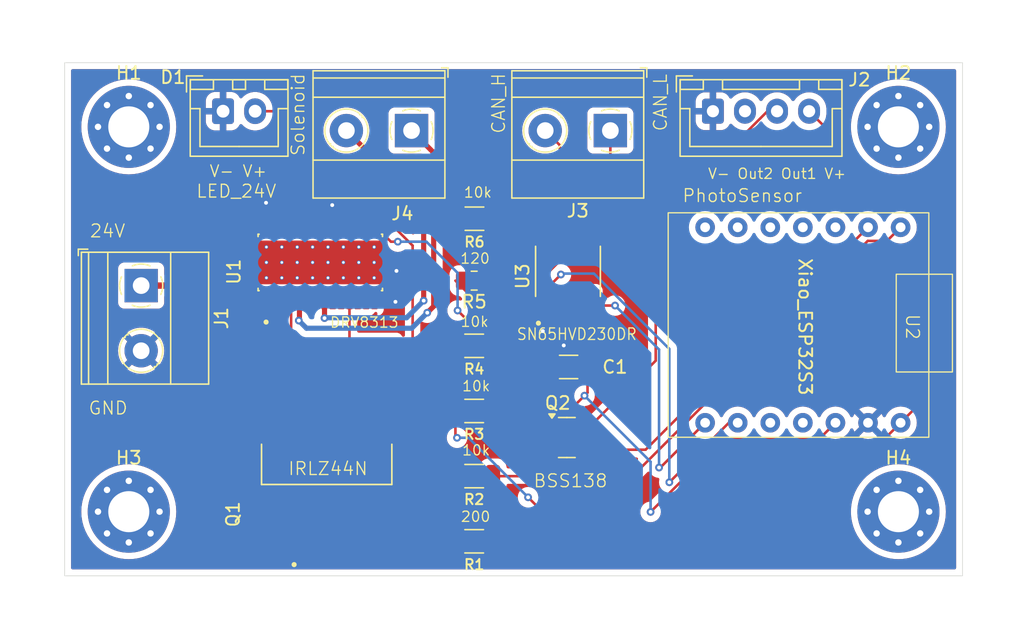
<source format=kicad_pcb>
(kicad_pcb (version 20240108) (generator "pcbnew") (generator_version "8.0")
  (layers (0 "F.Cu" signal) (31 "B.Cu" signal) (34 "B.Paste" user) (35 "F.Paste" user) (36 "B.SilkS" user "B.Silkscreen") (37 "F.SilkS" user "F.Silkscreen") (38 "B.Mask" user) (39 "F.Mask" user) (44 "Edge.Cuts" user))
  (net 0 "")
  (net 7 "GND")
  (net 14 "+3V3")
  (net 25 "Net-(J2-Pin_3)")
  (net 26 "+5V")
  (net 31 "Net-(J3-Pin_1)")
  (net 32 "Net-(Q1-G)")
  (net 36 "Net-(U2-D0)")
  (net 37 "Net-(D1-A)")
  (net 38 "+24V")
  (net 39 "Net-(J3-Pin_2)")
  (net 40 "Net-(Q2-S)")
  (net 41 "Net-(U3-RS)")
  (net 42 "Net-(U2-D7)")
  (net 43 "Net-(U2-D8)")
  (net 45 "Net-(J4-Pin_1)")
  (net 46 "Net-(J4-Pin_2)")
  (footprint "Resistor_SMD:R_0805_2012Metric" (layer "F.Cu") (at 151.3075 88.11 180)
    (property "Reference" "R5" (at 0 -1.65 180) (layer "F.SilkS"))
    (property "Value" "120Ω")
    (fp_line (start -0.227064 0.735) (end 0.227064 0.735) (stroke (width 0.12)) (layer "F.SilkS"))
    (fp_line (start -0.227064 -0.735) (end 0.227064 -0.735) (stroke (width 0.12)) (layer "F.SilkS"))
    (pad "1" smd roundrect (at -0.9125 0 180) (size 1.025 1.4) (layers "F.Cu" "F.Paste" "F.Mask") (roundrect_rratio 0.243902) (net 39 "Net-(J3-Pin_2)"))
    (pad "2" smd roundrect (at 0.9125 0 180) (size 1.025 1.4) (layers "F.Cu" "F.Paste" "F.Mask") (roundrect_rratio 0.243902) (net 31 "Net-(J3-Pin_1)"))
  )
  (footprint "Resistor_SMD:R_1206_3216Metric" (layer "F.Cu") (at 151.3075 93.19 180)
    (property "Reference" "R4" (at 0 -1.82 180) (layer "F.SilkS") (effects (font (size 0.8 0.8))))
    (property "Value" "10kΩ")
    (fp_line (start -0.727064 0.91) (end 0.727064 0.91) (stroke (width 0.12)) (layer "F.SilkS"))
    (fp_line (start -0.727064 -0.91) (end 0.727064 -0.91) (stroke (width 0.12)) (layer "F.SilkS"))
    (pad "1" smd roundrect (at -1.4625 0 180) (size 1.125 1.75) (layers "F.Cu" "F.Paste" "F.Mask") (roundrect_rratio 0.222222) (net 14 "+3V3"))
    (pad "2" smd roundrect (at 1.4625 0 180) (size 1.125 1.75) (layers "F.Cu" "F.Paste" "F.Mask") (roundrect_rratio 0.222222) (net 40 "Net-(Q2-S)"))
  )
  (footprint "Connector_JST:JST_XH_B2B-XH-A_1x02_P2.50mm_Vertical" (layer "F.Cu") (at 131.73 74.9)
    (property "Reference" "D1" (at -3.91 -2.65 0) (layer "F.SilkS"))
    (property "Value" "LED_XH2.50")
    (fp_line (start -2.85 -2.75) (end -2.85 -1.5) (stroke (width 0.12)) (layer "F.SilkS"))
    (fp_line (start -2.56 -2.46) (end -2.56 3.51) (stroke (width 0.12)) (layer "F.SilkS"))
    (fp_line (start -2.56 3.51) (end 5.06 3.51) (stroke (width 0.12)) (layer "F.SilkS"))
    (fp_line (start -2.55 -2.45) (end -2.55 -1.7) (stroke (width 0.12)) (layer "F.SilkS"))
    (fp_line (start -2.55 -1.7) (end -0.75 -1.7) (stroke (width 0.12)) (layer "F.SilkS"))
    (fp_line (start -2.55 -0.2) (end -1.8 -0.2) (stroke (width 0.12)) (layer "F.SilkS"))
    (fp_line (start -1.8 -0.2) (end -1.8 2.75) (stroke (width 0.12)) (layer "F.SilkS"))
    (fp_line (start -1.8 2.75) (end 1.25 2.75) (stroke (width 0.12)) (layer "F.SilkS"))
    (fp_line (start -1.6 -2.75) (end -2.85 -2.75) (stroke (width 0.12)) (layer "F.SilkS"))
    (fp_line (start -0.75 -2.45) (end -2.55 -2.45) (stroke (width 0.12)) (layer "F.SilkS"))
    (fp_line (start -0.75 -1.7) (end -0.75 -2.45) (stroke (width 0.12)) (layer "F.SilkS"))
    (fp_line (start 0.75 -2.45) (end 0.75 -1.7) (stroke (width 0.12)) (layer "F.SilkS"))
    (fp_line (start 0.75 -1.7) (end 1.75 -1.7) (stroke (width 0.12)) (layer "F.SilkS"))
    (fp_line (start 1.75 -2.45) (end 0.75 -2.45) (stroke (width 0.12)) (layer "F.SilkS"))
    (fp_line (start 1.75 -1.7) (end 1.75 -2.45) (stroke (width 0.12)) (layer "F.SilkS"))
    (fp_line (start 3.25 -2.45) (end 3.25 -1.7) (stroke (width 0.12)) (layer "F.SilkS"))
    (fp_line (start 3.25 -1.7) (end 5.05 -1.7) (stroke (width 0.12)) (layer "F.SilkS"))
    (fp_line (start 4.3 -0.2) (end 4.3 2.75) (stroke (width 0.12)) (layer "F.SilkS"))
    (fp_line (start 4.3 2.75) (end 1.25 2.75) (stroke (width 0.12)) (layer "F.SilkS"))
    (fp_line (start 5.05 -2.45) (end 3.25 -2.45) (stroke (width 0.12)) (layer "F.SilkS"))
    (fp_line (start 5.05 -1.7) (end 5.05 -2.45) (stroke (width 0.12)) (layer "F.SilkS"))
    (fp_line (start 5.05 -0.2) (end 4.3 -0.2) (stroke (width 0.12)) (layer "F.SilkS"))
    (fp_line (start 5.06 -2.46) (end -2.56 -2.46) (stroke (width 0.12)) (layer "F.SilkS"))
    (fp_line (start 5.06 3.51) (end 5.06 -2.46) (stroke (width 0.12)) (layer "F.SilkS"))
    (pad "1" thru_hole roundrect (at 0 0) (size 1.7 2) (drill 1) (layers "*.Cu" "*.Mask") (roundrect_rratio 0.147059) (net 7 "GND"))
    (pad "2" thru_hole oval (at 2.5 0) (size 1.7 2) (drill 1) (layers "*.Cu" "*.Mask") (net 37 "Net-(D1-A)"))
  )
  (footprint "Connector_JST:JST_XH_B4B-XH-A_1x04_P2.50mm_Vertical" (layer "F.Cu") (at 169.92 74.9)
    (property "Reference" "J2" (at 11.42 -2.45 0) (layer "F.SilkS"))
    (property "Value" "PhotoMicroSensor")
    (fp_line (start -2.85 -2.75) (end -2.85 -1.5) (stroke (width 0.12)) (layer "F.SilkS"))
    (fp_line (start -2.56 -2.46) (end -2.56 3.51) (stroke (width 0.12)) (layer "F.SilkS"))
    (fp_line (start -2.56 3.51) (end 10.06 3.51) (stroke (width 0.12)) (layer "F.SilkS"))
    (fp_line (start -2.55 -2.45) (end -2.55 -1.7) (stroke (width 0.12)) (layer "F.SilkS"))
    (fp_line (start -2.55 -1.7) (end -0.75 -1.7) (stroke (width 0.12)) (layer "F.SilkS"))
    (fp_line (start -2.55 -0.2) (end -1.8 -0.2) (stroke (width 0.12)) (layer "F.SilkS"))
    (fp_line (start -1.8 -0.2) (end -1.8 2.75) (stroke (width 0.12)) (layer "F.SilkS"))
    (fp_line (start -1.8 2.75) (end 3.75 2.75) (stroke (width 0.12)) (layer "F.SilkS"))
    (fp_line (start -1.6 -2.75) (end -2.85 -2.75) (stroke (width 0.12)) (layer "F.SilkS"))
    (fp_line (start -0.75 -2.45) (end -2.55 -2.45) (stroke (width 0.12)) (layer "F.SilkS"))
    (fp_line (start -0.75 -1.7) (end -0.75 -2.45) (stroke (width 0.12)) (layer "F.SilkS"))
    (fp_line (start 0.75 -2.45) (end 0.75 -1.7) (stroke (width 0.12)) (layer "F.SilkS"))
    (fp_line (start 0.75 -1.7) (end 6.75 -1.7) (stroke (width 0.12)) (layer "F.SilkS"))
    (fp_line (start 6.75 -2.45) (end 0.75 -2.45) (stroke (width 0.12)) (layer "F.SilkS"))
    (fp_line (start 6.75 -1.7) (end 6.75 -2.45) (stroke (width 0.12)) (layer "F.SilkS"))
    (fp_line (start 8.25 -2.45) (end 8.25 -1.7) (stroke (width 0.12)) (layer "F.SilkS"))
    (fp_line (start 8.25 -1.7) (end 10.05 -1.7) (stroke (width 0.12)) (layer "F.SilkS"))
    (fp_line (start 9.3 -0.2) (end 9.3 2.75) (stroke (width 0.12)) (layer "F.SilkS"))
    (fp_line (start 9.3 2.75) (end 3.75 2.75) (stroke (width 0.12)) (layer "F.SilkS"))
    (fp_line (start 10.05 -2.45) (end 8.25 -2.45) (stroke (width 0.12)) (layer "F.SilkS"))
    (fp_line (start 10.05 -1.7) (end 10.05 -2.45) (stroke (width 0.12)) (layer "F.SilkS"))
    (fp_line (start 10.05 -0.2) (end 9.3 -0.2) (stroke (width 0.12)) (layer "F.SilkS"))
    (fp_line (start 10.06 -2.46) (end -2.56 -2.46) (stroke (width 0.12)) (layer "F.SilkS"))
    (fp_line (start 10.06 3.51) (end 10.06 -2.46) (stroke (width 0.12)) (layer "F.SilkS"))
    (pad "1" thru_hole roundrect (at 0 0) (size 1.7 1.95) (drill 0.95) (layers "*.Cu" "*.Mask") (roundrect_rratio 0.147059) (net 7 "GND"))
    (pad "2" thru_hole oval (at 2.5 0) (size 1.7 1.95) (drill 0.95) (layers "*.Cu" "*.Mask"))
    (pad "3" thru_hole oval (at 5 0) (size 1.7 1.95) (drill 0.95) (layers "*.Cu" "*.Mask") (net 25 "Net-(J2-Pin_3)"))
    (pad "4" thru_hole oval (at 7.5 0) (size 1.7 1.95) (drill 0.95) (layers "*.Cu" "*.Mask") (net 26 "+5V"))
  )
  (footprint "Package_TO_SOT_SMD:SOT-23" (layer "F.Cu") (at 158.5325 100.34)
    (property "Reference" "Q2" (at -0.7125 -2.69 360) (layer "F.SilkS"))
    (property "Value" "BSS138")
    (fp_line (start 0 -1.56) (end -0.65 -1.56) (stroke (width 0.12)) (layer "F.SilkS"))
    (fp_line (start 0 -1.56) (end 0.65 -1.56) (stroke (width 0.12)) (layer "F.SilkS"))
    (fp_line (start 0 1.56) (end -0.65 1.56) (stroke (width 0.12)) (layer "F.SilkS"))
    (fp_line (start 0 1.56) (end 0.65 1.56) (stroke (width 0.12)) (layer "F.SilkS"))
    (fp_poly (pts (xy -1.1625 -1.51) (xy -1.4025 -1.84) (xy -0.9225 -1.84) (xy -1.1625 -1.51)) (stroke (width 0.12)) (fill solid) (layer "F.SilkS"))
    (pad "1" smd roundrect (at -0.9375 -0.95) (size 1.475 0.6) (layers "F.Cu" "F.Paste" "F.Mask") (net 14 "+3V3"))
    (pad "2" smd roundrect (at -0.9375 0.95) (size 1.475 0.6) (layers "F.Cu" "F.Paste" "F.Mask") (net 40 "Net-(Q2-S)"))
    (pad "3" smd roundrect (at 0.9375 0) (size 1.475 0.6) (layers "F.Cu" "F.Paste" "F.Mask") (net 25 "Net-(J2-Pin_3)"))
  )
  (footprint "Capacitor_SMD:C_1206_3216Metric" (layer "F.Cu") (at 158.67 94.84)
    (property "Reference" "C1" (at 3.61 0 0) (layer "F.SilkS"))
    (property "Value" "0.1uF")
    (fp_line (start -0.711252 -0.91) (end 0.711252 -0.91) (stroke (width 0.12)) (layer "F.SilkS"))
    (fp_line (start -0.711252 0.91) (end 0.711252 0.91) (stroke (width 0.12)) (layer "F.SilkS"))
    (pad "1" smd roundrect (at -1.475 0) (size 1.15 1.8) (layers "F.Cu" "F.Paste" "F.Mask") (roundrect_rratio 0.217391) (net 7 "GND"))
    (pad "2" smd roundrect (at 1.475 0) (size 1.15 1.8) (layers "F.Cu" "F.Paste" "F.Mask") (roundrect_rratio 0.217391) (net 14 "+3V3"))
  )
  (footprint "MountingHole:MountingHole_3.2mm_M3_Pad_Via" (layer "F.Cu") (at 124.38 76.12)
    (property "Reference" "H1" (at 0 -4.2 0) (layer "F.SilkS"))
    (property "Value" "MountingHole")
    (pad "1" thru_hole circle (at -2.4 0) (size 0.8 0.8) (drill 0.5) (layers "*.Cu" "*.Mask"))
    (pad "1" thru_hole circle (at -1.697056 -1.697056) (size 0.8 0.8) (drill 0.5) (layers "*.Cu" "*.Mask"))
    (pad "1" thru_hole circle (at -1.697056 1.697056) (size 0.8 0.8) (drill 0.5) (layers "*.Cu" "*.Mask"))
    (pad "1" thru_hole circle (at 0 -2.4) (size 0.8 0.8) (drill 0.5) (layers "*.Cu" "*.Mask"))
    (pad "1" thru_hole circle (at 0 0) (size 6.4 6.4) (drill 3.2) (layers "*.Cu" "*.Mask"))
    (pad "1" thru_hole circle (at 0 2.4) (size 0.8 0.8) (drill 0.5) (layers "*.Cu" "*.Mask"))
    (pad "1" thru_hole circle (at 1.697056 -1.697056) (size 0.8 0.8) (drill 0.5) (layers "*.Cu" "*.Mask"))
    (pad "1" thru_hole circle (at 1.697056 1.697056) (size 0.8 0.8) (drill 0.5) (layers "*.Cu" "*.Mask"))
    (pad "1" thru_hole circle (at 2.4 0) (size 0.8 0.8) (drill 0.5) (layers "*.Cu" "*.Mask"))
  )
  (footprint "Custom:IRLZ44NSTRLPBF" (layer "F.Cu") (at 139.81 100.9575 90)
    (property "Reference" "Q1" (at -5.365 -7.305 270) (layer "F.SilkS"))
    (property "Value" "IRLZ44N")
    (fp_line (start 0.09 -5.08) (end -3.0425 -5.08) (stroke (width 0.127)) (layer "F.SilkS"))
    (fp_line (start -3.0425 -5.08) (end -3.0425 5.08) (stroke (width 0.127)) (layer "F.SilkS"))
    (fp_line (start -3.0425 5.08) (end 0.09 5.08) (stroke (width 0.127)) (layer "F.SilkS"))
    (fp_circle (center -9.29 -2.54) (end -9.19 -2.54) (stroke (width 0.2)) (fill none) (layer "F.SilkS"))
    (pad "1" smd roundrect (at -6.4 -2.54 90) (size 3.78 1.06) (layers "F.Cu" "F.Paste" "F.Mask") (roundrect_rratio 0.13) (net 32 "Net-(Q1-G)"))
    (pad "2" smd rect (at 4.35 0 90) (size 7.88 10.84) (layers "F.Cu" "F.Mask") (net 38 "+24V"))
    (pad "3" smd roundrect (at -6.4 2.54 90) (size 3.78 1.06) (layers "F.Cu" "F.Paste" "F.Mask") (roundrect_rratio 0.13) (net 37 "Net-(D1-A)"))
  )
  (footprint "Resistor_SMD:R_1206_3216Metric" (layer "F.Cu") (at 151.33 83.28 180)
    (property "Reference" "R6" (at 0 -1.82 180) (layer "F.SilkS") (effects (font (size 0.8 0.8))))
    (property "Value" "10kΩ")
    (fp_line (start -0.727064 0.91) (end 0.727064 0.91) (stroke (width 0.12)) (layer "F.SilkS"))
    (fp_line (start -0.727064 -0.91) (end 0.727064 -0.91) (stroke (width 0.12)) (layer "F.SilkS"))
    (pad "1" smd roundrect (at -1.4625 0 180) (size 1.125 1.75) (layers "F.Cu" "F.Paste" "F.Mask") (roundrect_rratio 0.222222) (net 41 "Net-(U3-RS)"))
    (pad "2" smd roundrect (at 1.4625 0 180) (size 1.125 1.75) (layers "F.Cu" "F.Paste" "F.Mask") (roundrect_rratio 0.222222) (net 7 "GND"))
  )
  (footprint "TerminalBlock_Phoenix:TerminalBlock_Phoenix_MKDS-1,5-2-5.08_1x02_P5.08mm_Horizontal" (layer "F.Cu") (at 125.345 88.495 -90)
    (property "Reference" "J1" (at 2.54 -6.26 90) (layer "F.SilkS"))
    (property "Value" "PowerInput")
    (fp_line (start -2.84 4.9) (end -2.34 4.9) (stroke (width 0.12)) (layer "F.SilkS"))
    (fp_line (start -2.6 4.66) (end 7.68 4.66) (stroke (width 0.12)) (layer "F.SilkS"))
    (fp_line (start -2.84 4.16) (end -2.84 4.9) (stroke (width 0.12)) (layer "F.SilkS"))
    (fp_line (start -2.6 4.1) (end 7.68 4.1) (stroke (width 0.12)) (layer "F.SilkS"))
    (fp_line (start -2.6 2.6) (end 7.68 2.6) (stroke (width 0.12)) (layer "F.SilkS"))
    (fp_line (start 4.046 1.239) (end 4.011 1.274) (stroke (width 0.12)) (layer "F.SilkS"))
    (fp_line (start 3.853 1.023) (end 3.806 1.069) (stroke (width 0.12)) (layer "F.SilkS"))
    (fp_line (start 6.355 -1.069) (end 6.308 -1.023) (stroke (width 0.12)) (layer "F.SilkS"))
    (fp_line (start 6.15 -1.275) (end 6.115 -1.239) (stroke (width 0.12)) (layer "F.SilkS"))
    (fp_line (start -2.6 -2.301) (end 7.68 -2.301) (stroke (width 0.12)) (layer "F.SilkS"))
    (fp_line (start -2.6 -5.261) (end -2.6 4.66) (stroke (width 0.12)) (layer "F.SilkS"))
    (fp_line (start -2.6 -5.261) (end 7.68 -5.261) (stroke (width 0.12)) (layer "F.SilkS"))
    (fp_line (start 7.68 -5.261) (end 7.68 4.66) (stroke (width 0.12)) (layer "F.SilkS"))
    (fp_arc (start 0.028805 1.680253) (mid -0.335551 1.646659) (end -0.684 1.535) (stroke (width 0.12)) (layer "F.SilkS"))
    (fp_arc (start 0.683318 1.534756) (mid 0.349292 1.643288) (end 0 1.68) (stroke (width 0.12)) (layer "F.SilkS"))
    (fp_arc (start -1.535427 0.683042) (mid -1.680501 -0.000524) (end -1.535 -0.684) (stroke (width 0.12)) (layer "F.SilkS"))
    (fp_arc (start 1.535427 -0.683042) (mid 1.680501 0.000524) (end 1.535 0.684) (stroke (width 0.12)) (layer "F.SilkS"))
    (fp_arc (start -0.683042 -1.535427) (mid 0.000524 -1.680501) (end 0.684 -1.535) (stroke (width 0.12)) (layer "F.SilkS"))
    (fp_circle (center 5.08 0) (end 6.76 0) (stroke (width 0.12)) (fill none) (layer "F.SilkS"))
    (pad "1" thru_hole rect (at 0 0 270) (size 2.6 2.6) (drill 1.3) (layers "*.Cu" "*.Mask") (net 38 "+24V"))
    (pad "2" thru_hole circle (at 5.08 0 270) (size 2.6 2.6) (drill 1.3) (layers "*.Cu" "*.Mask") (net 7 "GND"))
  )
  (footprint "Custom:Xiao_ESP32S3_THT" (layer "F.Cu") (at 166.4325 82.82 -90)
    (property "Reference" "U2" (at 8.89 -19.05 -90) (layer "F.SilkS") (effects (font (thickness 0.1))))
    (property "Value" "Xiao_ESP32S3" (at 8.89 -10.675 -90) (layer "F.SilkS"))
    (fp_rect (start 0 -20.32) (end 17.5 0) (stroke (width 0.1)) (fill none) (layer "F.SilkS"))
    (fp_rect (start 4.79 -22.16) (end 12.41 -17.78) (stroke (width 0.1)) (fill none) (layer "F.SilkS"))
    (pad "1" thru_hole circle (at 1.13 -18.12 270) (size 1.524 1.524) (drill 0.762) (layers "*.Cu" "*.Mask") (net 36 "Net-(U2-D0)"))
    (pad "2" thru_hole circle (at 1.13 -15.58 270) (size 1.524 1.524) (drill 0.762) (layers "*.Cu" "*.Mask") (net 40 "Net-(Q2-S)"))
    (pad "3" thru_hole circle (at 1.13 -13.04 270) (size 1.524 1.524) (drill 0.762) (layers "*.Cu" "*.Mask"))
    (pad "4" thru_hole circle (at 1.13 -10.5 270) (size 1.524 1.524) (drill 0.762) (layers "*.Cu" "*.Mask"))
    (pad "5" thru_hole circle (at 1.13 -7.96 270) (size 1.524 1.524) (drill 0.762) (layers "*.Cu" "*.Mask"))
    (pad "6" thru_hole circle (at 1.13 -5.42 270) (size 1.524 1.524) (drill 0.762) (layers "*.Cu" "*.Mask"))
    (pad "7" thru_hole circle (at 1.13 -2.88 270) (size 1.524 1.524) (drill 0.762) (layers "*.Cu" "*.Mask"))
    (pad "8" thru_hole circle (at 16.37 -2.88 270) (size 1.524 1.524) (drill 0.762) (layers "*.Cu" "*.Mask") (net 42 "Net-(U2-D7)"))
    (pad "9" thru_hole circle (at 16.37 -5.42 270) (size 1.524 1.524) (drill 0.762) (layers "*.Cu" "*.Mask") (net 43 "Net-(U2-D8)"))
    (pad "10" thru_hole circle (at 16.37 -7.96 270) (size 1.524 1.524) (drill 0.762) (layers "*.Cu" "*.Mask"))
    (pad "11" thru_hole circle (at 16.37 -10.5 270) (size 1.524 1.524) (drill 0.762) (layers "*.Cu" "*.Mask"))
    (pad "12" thru_hole circle (at 16.37 -13.04 270) (size 1.524 1.524) (drill 0.762) (layers "*.Cu" "*.Mask") (net 14 "+3V3"))
    (pad "13" thru_hole circle (at 16.37 -15.58 270) (size 1.524 1.524) (drill 0.762) (layers "*.Cu" "*.Mask") (net 7 "GND"))
    (pad "14" thru_hole circle (at 16.37 -18.12 270) (size 1.524 1.524) (drill 0.762) (layers "*.Cu" "*.Mask") (net 26 "+5V"))
  )
  (footprint "MountingHole:MountingHole_3.2mm_M3_Pad_Via" (layer "F.Cu") (at 184.38 106.12)
    (property "Reference" "H4" (at 0 -4.2 0) (layer "F.SilkS"))
    (property "Value" "MountingHole")
    (pad "1" thru_hole circle (at -2.4 0) (size 0.8 0.8) (drill 0.5) (layers "*.Cu" "*.Mask"))
    (pad "1" thru_hole circle (at -1.697056 -1.697056) (size 0.8 0.8) (drill 0.5) (layers "*.Cu" "*.Mask"))
    (pad "1" thru_hole circle (at -1.697056 1.697056) (size 0.8 0.8) (drill 0.5) (layers "*.Cu" "*.Mask"))
    (pad "1" thru_hole circle (at 0 -2.4) (size 0.8 0.8) (drill 0.5) (layers "*.Cu" "*.Mask"))
    (pad "1" thru_hole circle (at 0 0) (size 6.4 6.4) (drill 3.2) (layers "*.Cu" "*.Mask"))
    (pad "1" thru_hole circle (at 0 2.4) (size 0.8 0.8) (drill 0.5) (layers "*.Cu" "*.Mask"))
    (pad "1" thru_hole circle (at 1.697056 -1.697056) (size 0.8 0.8) (drill 0.5) (layers "*.Cu" "*.Mask"))
    (pad "1" thru_hole circle (at 1.697056 1.697056) (size 0.8 0.8) (drill 0.5) (layers "*.Cu" "*.Mask"))
    (pad "1" thru_hole circle (at 2.4 0) (size 0.8 0.8) (drill 0.5) (layers "*.Cu" "*.Mask"))
  )
  (footprint "Resistor_SMD:R_1206_3216Metric" (layer "F.Cu") (at 151.3075 103.35 180)
    (property "Reference" "R2" (at 0 -1.82 180) (layer "F.SilkS") (effects (font (size 0.8 0.8))))
    (property "Value" "10kΩ")
    (fp_line (start -0.727064 0.91) (end 0.727064 0.91) (stroke (width 0.12)) (layer "F.SilkS"))
    (fp_line (start -0.727064 -0.91) (end 0.727064 -0.91) (stroke (width 0.12)) (layer "F.SilkS"))
    (pad "1" smd roundrect (at -1.4625 0 180) (size 1.125 1.75) (layers "F.Cu" "F.Paste" "F.Mask") (roundrect_rratio 0.222222) (net 36 "Net-(U2-D0)"))
    (pad "2" smd roundrect (at 1.4625 0 180) (size 1.125 1.75) (layers "F.Cu" "F.Paste" "F.Mask") (roundrect_rratio 0.222222) (net 7 "GND"))
  )
  (footprint "Resistor_SMD:R_1206_3216Metric" (layer "F.Cu") (at 151.3075 108.43 180)
    (property "Reference" "R1" (at 0 -1.82 180) (layer "F.SilkS") (effects (font (size 0.8 0.8))))
    (property "Value" "200Ω")
    (fp_line (start -0.727064 0.91) (end 0.727064 0.91) (stroke (width 0.12)) (layer "F.SilkS"))
    (fp_line (start -0.727064 -0.91) (end 0.727064 -0.91) (stroke (width 0.12)) (layer "F.SilkS"))
    (pad "1" smd roundrect (at -1.4625 0 180) (size 1.125 1.75) (layers "F.Cu" "F.Paste" "F.Mask") (roundrect_rratio 0.222222) (net 36 "Net-(U2-D0)"))
    (pad "2" smd roundrect (at 1.4625 0 180) (size 1.125 1.75) (layers "F.Cu" "F.Paste" "F.Mask") (roundrect_rratio 0.222222) (net 32 "Net-(Q1-G)"))
  )
  (footprint "MountingHole:MountingHole_3.2mm_M3_Pad_Via" (layer "F.Cu") (at 124.38 106.12)
    (property "Reference" "H3" (at 0 -4.2 0) (layer "F.SilkS"))
    (property "Value" "MountingHole")
    (pad "1" thru_hole circle (at -2.4 0) (size 0.8 0.8) (drill 0.5) (layers "*.Cu" "*.Mask"))
    (pad "1" thru_hole circle (at -1.697056 -1.697056) (size 0.8 0.8) (drill 0.5) (layers "*.Cu" "*.Mask"))
    (pad "1" thru_hole circle (at -1.697056 1.697056) (size 0.8 0.8) (drill 0.5) (layers "*.Cu" "*.Mask"))
    (pad "1" thru_hole circle (at 0 -2.4) (size 0.8 0.8) (drill 0.5) (layers "*.Cu" "*.Mask"))
    (pad "1" thru_hole circle (at 0 0) (size 6.4 6.4) (drill 3.2) (layers "*.Cu" "*.Mask"))
    (pad "1" thru_hole circle (at 0 2.4) (size 0.8 0.8) (drill 0.5) (layers "*.Cu" "*.Mask"))
    (pad "1" thru_hole circle (at 1.697056 -1.697056) (size 0.8 0.8) (drill 0.5) (layers "*.Cu" "*.Mask"))
    (pad "1" thru_hole circle (at 1.697056 1.697056) (size 0.8 0.8) (drill 0.5) (layers "*.Cu" "*.Mask"))
    (pad "1" thru_hole circle (at 2.4 0) (size 0.8 0.8) (drill 0.5) (layers "*.Cu" "*.Mask"))
  )
  (footprint "TerminalBlock_Phoenix:TerminalBlock_Phoenix_MKDS-1,5-2-5.08_1x02_P5.08mm_Horizontal" (layer "F.Cu") (at 161.925 76.41 180)
    (property "Reference" "J3" (at 2.54 -6.26 180) (layer "F.SilkS"))
    (property "Value" "CAN_Socket")
    (fp_line (start 7.68 -5.261) (end 7.68 4.66) (stroke (width 0.12)) (layer "F.SilkS"))
    (fp_line (start 6.355 -1.069) (end 6.308 -1.023) (stroke (width 0.12)) (layer "F.SilkS"))
    (fp_line (start 6.15 -1.275) (end 6.115 -1.239) (stroke (width 0.12)) (layer "F.SilkS"))
    (fp_line (start 4.046 1.239) (end 4.011 1.274) (stroke (width 0.12)) (layer "F.SilkS"))
    (fp_line (start 3.853 1.023) (end 3.806 1.069) (stroke (width 0.12)) (layer "F.SilkS"))
    (fp_line (start -2.6 4.66) (end 7.68 4.66) (stroke (width 0.12)) (layer "F.SilkS"))
    (fp_line (start -2.6 4.1) (end 7.68 4.1) (stroke (width 0.12)) (layer "F.SilkS"))
    (fp_line (start -2.6 2.6) (end 7.68 2.6) (stroke (width 0.12)) (layer "F.SilkS"))
    (fp_line (start -2.6 -2.301) (end 7.68 -2.301) (stroke (width 0.12)) (layer "F.SilkS"))
    (fp_line (start -2.6 -5.261) (end 7.68 -5.261) (stroke (width 0.12)) (layer "F.SilkS"))
    (fp_line (start -2.6 -5.261) (end -2.6 4.66) (stroke (width 0.12)) (layer "F.SilkS"))
    (fp_line (start -2.84 4.9) (end -2.34 4.9) (stroke (width 0.12)) (layer "F.SilkS"))
    (fp_line (start -2.84 4.16) (end -2.84 4.9) (stroke (width 0.12)) (layer "F.SilkS"))
    (fp_arc (start 1.535427 -0.683042) (mid 1.680501 0.000524) (end 1.535 0.684) (stroke (width 0.12)) (layer "F.SilkS"))
    (fp_arc (start 0.683318 1.534756) (mid 0.349292 1.643288) (end 0 1.68) (stroke (width 0.12)) (layer "F.SilkS"))
    (fp_arc (start 0.028805 1.680253) (mid -0.335551 1.646659) (end -0.684 1.535) (stroke (width 0.12)) (layer "F.SilkS"))
    (fp_arc (start -0.683042 -1.535427) (mid 0.000524 -1.680501) (end 0.684 -1.535) (stroke (width 0.12)) (layer "F.SilkS"))
    (fp_arc (start -1.535427 0.683042) (mid -1.680501 -0.000524) (end -1.535 -0.684) (stroke (width 0.12)) (layer "F.SilkS"))
    (fp_circle (center 5.08 0) (end 6.76 0) (stroke (width 0.12)) (fill none) (layer "F.SilkS"))
    (pad "1" thru_hole rect (at 0 0 180) (size 2.6 2.6) (drill 1.3) (layers "*.Cu" "*.Mask") (net 31 "Net-(J3-Pin_1)"))
    (pad "2" thru_hole circle (at 5.08 0 180) (size 2.6 2.6) (drill 1.3) (layers "*.Cu" "*.Mask") (net 39 "Net-(J3-Pin_2)"))
  )
  (footprint "MountingHole:MountingHole_3.2mm_M3_Pad_Via" (layer "F.Cu") (at 184.38 76.12)
    (property "Reference" "H2" (at 0 -4.2 0) (layer "F.SilkS"))
    (property "Value" "MountingHole")
    (pad "1" thru_hole circle (at -2.4 0) (size 0.8 0.8) (drill 0.5) (layers "*.Cu" "*.Mask"))
    (pad "1" thru_hole circle (at -1.697056 -1.697056) (size 0.8 0.8) (drill 0.5) (layers "*.Cu" "*.Mask"))
    (pad "1" thru_hole circle (at -1.697056 1.697056) (size 0.8 0.8) (drill 0.5) (layers "*.Cu" "*.Mask"))
    (pad "1" thru_hole circle (at 0 -2.4) (size 0.8 0.8) (drill 0.5) (layers "*.Cu" "*.Mask"))
    (pad "1" thru_hole circle (at 0 0) (size 6.4 6.4) (drill 3.2) (layers "*.Cu" "*.Mask"))
    (pad "1" thru_hole circle (at 0 2.4) (size 0.8 0.8) (drill 0.5) (layers "*.Cu" "*.Mask"))
    (pad "1" thru_hole circle (at 1.697056 -1.697056) (size 0.8 0.8) (drill 0.5) (layers "*.Cu" "*.Mask"))
    (pad "1" thru_hole circle (at 1.697056 1.697056) (size 0.8 0.8) (drill 0.5) (layers "*.Cu" "*.Mask"))
    (pad "1" thru_hole circle (at 2.4 0) (size 0.8 0.8) (drill 0.5) (layers "*.Cu" "*.Mask"))
  )
  (footprint "Custom:SN65HVD230DR_SOIC127P599X175-8N" (layer "F.Cu") (at 158.62 87.385 90)
    (property "Reference" "U3" (at -0.385 -3.537 270) (layer "F.SilkS"))
    (property "Value" "SN65HVD230DR")
    (fp_line (start -1.95 -2.525) (end 1.95 -2.525) (stroke (width 0.127)) (layer "F.SilkS"))
    (fp_line (start -1.95 2.525) (end 1.95 2.525) (stroke (width 0.127)) (layer "F.SilkS"))
    (fp_circle (center -4.04 -2.305) (end -3.94 -2.305) (stroke (width 0.2)) (fill none) (layer "F.SilkS"))
    (pad "1" smd roundrect (at -2.47 -1.905 90) (size 1.97 0.6) (layers "F.Cu" "F.Paste" "F.Mask") (roundrect_rratio 0.07) (net 43 "Net-(U2-D8)"))
    (pad "2" smd roundrect (at -2.47 -0.635 90) (size 1.97 0.6) (layers "F.Cu" "F.Paste" "F.Mask") (roundrect_rratio 0.07) (net 7 "GND"))
    (pad "3" smd roundrect (at -2.47 0.635 90) (size 1.97 0.6) (layers "F.Cu" "F.Paste" "F.Mask") (roundrect_rratio 0.07) (net 14 "+3V3"))
    (pad "4" smd roundrect (at -2.47 1.905 90) (size 1.97 0.6) (layers "F.Cu" "F.Paste" "F.Mask") (roundrect_rratio 0.07) (net 42 "Net-(U2-D7)"))
    (pad "5" smd roundrect (at 2.47 1.905 90) (size 1.97 0.6) (layers "F.Cu" "F.Paste" "F.Mask") (roundrect_rratio 0.07))
    (pad "6" smd roundrect (at 2.47 0.635 90) (size 1.97 0.6) (layers "F.Cu" "F.Paste" "F.Mask") (roundrect_rratio 0.07) (net 31 "Net-(J3-Pin_1)"))
    (pad "7" smd roundrect (at 2.47 -0.635 90) (size 1.97 0.6) (layers "F.Cu" "F.Paste" "F.Mask") (roundrect_rratio 0.07) (net 39 "Net-(J3-Pin_2)"))
    (pad "8" smd roundrect (at 2.47 -1.905 90) (size 1.97 0.6) (layers "F.Cu" "F.Paste" "F.Mask") (roundrect_rratio 0.07) (net 41 "Net-(U3-RS)"))
  )
  (footprint "Resistor_SMD:R_1206_3216Metric" (layer "F.Cu") (at 151.3075 98.27 180)
    (property "Reference" "R3" (at 0 -1.82 180) (layer "F.SilkS") (effects (font (size 0.8 0.8))))
    (property "Value" "10kΩ")
    (fp_line (start -0.727064 0.91) (end 0.727064 0.91) (stroke (width 0.12)) (layer "F.SilkS"))
    (fp_line (start -0.727064 -0.91) (end 0.727064 -0.91) (stroke (width 0.12)) (layer "F.SilkS"))
    (pad "1" smd roundrect (at -1.4625 0 180) (size 1.125 1.75) (layers "F.Cu" "F.Paste" "F.Mask") (roundrect_rratio 0.222222) (net 25 "Net-(J2-Pin_3)"))
    (pad "2" smd roundrect (at 1.4625 0 180) (size 1.125 1.75) (layers "F.Cu" "F.Paste" "F.Mask") (roundrect_rratio 0.222222) (net 26 "+5V"))
  )
  (footprint "TerminalBlock_Phoenix:TerminalBlock_Phoenix_MKDS-1,5-2-5.08_1x02_P5.08mm_Horizontal" (layer "F.Cu") (at 146.425 76.41 180)
    (property "Reference" "J4" (at 0.715 -6.47 180) (layer "F.SilkS"))
    (property "Value" "Solenoid")
    (fp_line (start 7.68 -5.261) (end 7.68 4.66) (stroke (width 0.12)) (layer "F.SilkS"))
    (fp_line (start 6.355 -1.069) (end 6.308 -1.023) (stroke (width 0.12)) (layer "F.SilkS"))
    (fp_line (start 6.15 -1.275) (end 6.115 -1.239) (stroke (width 0.12)) (layer "F.SilkS"))
    (fp_line (start 4.046 1.239) (end 4.011 1.274) (stroke (width 0.12)) (layer "F.SilkS"))
    (fp_line (start 3.853 1.023) (end 3.806 1.069) (stroke (width 0.12)) (layer "F.SilkS"))
    (fp_line (start -2.6 4.66) (end 7.68 4.66) (stroke (width 0.12)) (layer "F.SilkS"))
    (fp_line (start -2.6 4.1) (end 7.68 4.1) (stroke (width 0.12)) (layer "F.SilkS"))
    (fp_line (start -2.6 2.6) (end 7.68 2.6) (stroke (width 0.12)) (layer "F.SilkS"))
    (fp_line (start -2.6 -2.301) (end 7.68 -2.301) (stroke (width 0.12)) (layer "F.SilkS"))
    (fp_line (start -2.6 -5.261) (end 7.68 -5.261) (stroke (width 0.12)) (layer "F.SilkS"))
    (fp_line (start -2.6 -5.261) (end -2.6 4.66) (stroke (width 0.12)) (layer "F.SilkS"))
    (fp_line (start -2.84 4.9) (end -2.34 4.9) (stroke (width 0.12)) (layer "F.SilkS"))
    (fp_line (start -2.84 4.16) (end -2.84 4.9) (stroke (width 0.12)) (layer "F.SilkS"))
    (fp_arc (start 1.535427 -0.683042) (mid 1.680501 0.000524) (end 1.535 0.684) (stroke (width 0.12)) (layer "F.SilkS"))
    (fp_arc (start 0.683318 1.534756) (mid 0.349292 1.643288) (end 0 1.68) (stroke (width 0.12)) (layer "F.SilkS"))
    (fp_arc (start 0.028805 1.680253) (mid -0.335551 1.646659) (end -0.684 1.535) (stroke (width 0.12)) (layer "F.SilkS"))
    (fp_arc (start -0.683042 -1.535427) (mid 0.000524 -1.680501) (end 0.684 -1.535) (stroke (width 0.12)) (layer "F.SilkS"))
    (fp_arc (start -1.535427 0.683042) (mid -1.680501 -0.000524) (end -1.535 -0.684) (stroke (width 0.12)) (layer "F.SilkS"))
    (fp_circle (center 5.08 0) (end 6.76 0) (stroke (width 0.12)) (fill none) (layer "F.SilkS"))
    (pad "1" thru_hole rect (at 0 0 180) (size 2.6 2.6) (drill 1.3) (layers "*.Cu" "*.Mask") (net 45 "Net-(J4-Pin_1)"))
    (pad "2" thru_hole circle (at 5.08 0 180) (size 2.6 2.6) (drill 1.3) (layers "*.Cu" "*.Mask") (net 46 "Net-(J4-Pin_2)"))
  )
  (footprint "Custom:SOP65P640X120-29N" (layer "F.Cu") (at 139.31 86.69 90)
    (property "Reference" "U1" (at -0.725 -6.735 270) (layer "F.SilkS"))
    (property "Value" "DRV8313PWP")
    (fp_line (start 2.2 -4.85) (end 2.2 -4.77) (stroke (width 0.127)) (layer "F.SilkS"))
    (fp_line (start 2.02 -4.85) (end 2.2 -4.85) (stroke (width 0.127)) (layer "F.SilkS"))
    (fp_line (start -2.2 -4.85) (end -2.02 -4.85) (stroke (width 0.127)) (layer "F.SilkS"))
    (fp_line (start -2.2 -4.85) (end -2.2 -4.77) (stroke (width 0.127)) (layer "F.SilkS"))
    (fp_line (start 2.2 4.85) (end 2.2 4.77) (stroke (width 0.127)) (layer "F.SilkS"))
    (fp_line (start 2.02 4.85) (end 2.2 4.85) (stroke (width 0.127)) (layer "F.SilkS"))
    (fp_line (start -2.2 4.85) (end -2.2 4.77) (stroke (width 0.127)) (layer "F.SilkS"))
    (fp_line (start -2.2 4.85) (end -2.02 4.85) (stroke (width 0.127)) (layer "F.SilkS"))
    (fp_circle (center -4.65 -4.225) (end -4.55 -4.225) (stroke (width 0.2)) (fill none) (layer "F.SilkS"))
    (pad "1" smd roundrect (at -2.9 -4.225 90) (size 1.5 0.45) (layers "F.Cu" "F.Paste") (roundrect_rratio 0.05))
    (pad "2" smd roundrect (at -2.9 -3.575 90) (size 1.5 0.45) (layers "F.Cu" "F.Paste") (roundrect_rratio 0.05))
    (pad "3" smd roundrect (at -2.9 -2.925 90) (size 1.5 0.45) (layers "F.Cu" "F.Paste") (roundrect_rratio 0.05))
    (pad "4" smd roundrect (at -2.9 -2.275 90) (size 1.5 0.45) (layers "F.Cu" "F.Paste") (roundrect_rratio 0.05) (net 38 "+24V"))
    (pad "5" smd roundrect (at -2.9 -1.625 90) (size 1.5 0.45) (layers "F.Cu" "F.Paste") (roundrect_rratio 0.05) (net 45 "Net-(J4-Pin_1)"))
    (pad "6" smd roundrect (at -2.9 -0.975 90) (size 1.5 0.45) (layers "F.Cu" "F.Paste") (roundrect_rratio 0.05))
    (pad "7" smd roundrect (at -2.9 -0.325 90) (size 1.5 0.45) (layers "F.Cu" "F.Paste") (roundrect_rratio 0.05))
    (pad "8" smd roundrect (at -2.9 0.325 90) (size 1.5 0.45) (layers "F.Cu" "F.Paste") (roundrect_rratio 0.05) (net 46 "Net-(J4-Pin_2)"))
    (pad "9" smd roundrect (at -2.9 0.975 90) (size 1.5 0.45) (layers "F.Cu" "F.Paste") (roundrect_rratio 0.05))
    (pad "10" smd roundrect (at -2.9 1.625 90) (size 1.5 0.45) (layers "F.Cu" "F.Paste") (roundrect_rratio 0.05))
    (pad "11" smd roundrect (at -2.9 2.275 90) (size 1.5 0.45) (layers "F.Cu" "F.Paste") (roundrect_rratio 0.05) (net 38 "+24V"))
    (pad "12" smd roundrect (at -2.9 2.925 90) (size 1.5 0.45) (layers "F.Cu" "F.Paste") (roundrect_rratio 0.05))
    (pad "13" smd roundrect (at -2.9 3.575 90) (size 1.5 0.45) (layers "F.Cu" "F.Paste") (roundrect_rratio 0.05))
    (pad "14" smd roundrect (at -2.9 4.225 90) (size 1.5 0.45) (layers "F.Cu" "F.Paste") (roundrect_rratio 0.05) (net 7 "GND"))
    (pad "15" smd roundrect (at 2.9 4.225 90) (size 1.5 0.45) (layers "F.Cu" "F.Paste") (roundrect_rratio 0.05) (net 14 "+3V3"))
    (pad "16" smd roundrect (at 2.9 3.575 90) (size 1.5 0.45) (layers "F.Cu" "F.Paste") (roundrect_rratio 0.05))
    (pad "17" smd roundrect (at 2.9 2.925 90) (size 1.5 0.45) (layers "F.Cu" "F.Paste") (roundrect_rratio 0.05))
    (pad "18" smd roundrect (at 2.9 2.275 90) (size 1.5 0.45) (layers "F.Cu" "F.Paste") (roundrect_rratio 0.05))
    (pad "19" smd roundrect (at 2.9 1.625 90) (size 1.5 0.45) (layers "F.Cu" "F.Paste") (roundrect_rratio 0.05))
    (pad "20" smd roundrect (at 2.9 0.975 90) (size 1.5 0.45) (layers "F.Cu" "F.Paste") (roundrect_rratio 0.05) (net 7 "GND"))
    (pad "21" smd roundrect (at 2.9 0.325 90) (size 1.5 0.45) (layers "F.Cu" "F.Paste") (roundrect_rratio 0.05))
    (pad "22" smd roundrect (at 2.9 -0.325 90) (size 1.5 0.45) (layers "F.Cu" "F.Paste") (roundrect_rratio 0.05))
    (pad "23" smd roundrect (at 2.9 -0.975 90) (size 1.5 0.45) (layers "F.Cu" "F.Paste") (roundrect_rratio 0.05))
    (pad "24" smd roundrect (at 2.9 -1.625 90) (size 1.5 0.45) (layers "F.Cu" "F.Paste") (roundrect_rratio 0.05))
    (pad "25" smd roundrect (at 2.9 -2.275 90) (size 1.5 0.45) (layers "F.Cu" "F.Paste") (roundrect_rratio 0.05))
    (pad "26" smd roundrect (at 2.9 -2.925 90) (size 1.5 0.45) (layers "F.Cu" "F.Paste") (roundrect_rratio 0.05))
    (pad "27" smd roundrect (at 2.9 -3.575 90) (size 1.5 0.45) (layers "F.Cu" "F.Paste") (roundrect_rratio 0.05))
    (pad "28" smd roundrect (at 2.9 -4.225 90) (size 1.5 0.45) (layers "F.Cu" "F.Paste") (roundrect_rratio 0.05) (net 7 "GND"))
    (pad "29" smd custom (at 0 0 90) (size 0.1 0.1) (layers "F.Cu") (options (clearance outline) (anchor rect)) (primitives (gr_poly (pts (xy 1.65 4.85) (xy -1.65 4.85) (xy -1.653 4.85) (xy -1.655 4.85) (xy -1.658 4.849) (xy -1.66 4.849) (xy -1.663 4.848) (xy -1.665 4.848) (xy -1.668 4.847) (xy -1.67 4.846) (xy -1.673 4.845) (xy -1.675 4.843) (xy -1.677 4.842) (xy -1.679 4.84) (xy -1.681 4.839) (xy -1.683 4.837) (xy -1.685 4.835) (xy -1.687 4.833) (xy -1.689 4.831) (xy -1.69 4.829) (xy -1.692 4.827) (xy -1.693 4.825) (xy -1.695 4.823) (xy -1.696 4.82) (xy -1.697 4.818) (xy -1.698 4.815) (xy -1.698 4.813) (xy -1.699 4.81) (xy -1.699 4.808) (xy -1.7 4.805) (xy -1.7 4.803) (xy -1.7 4.8) (xy -1.7 -4.8) (xy -1.7 -4.803) (xy -1.7 -4.805) (xy -1.699 -4.808) (xy -1.699 -4.81) (xy -1.698 -4.813) (xy -1.698 -4.815) (xy -1.697 -4.818) (xy -1.696 -4.82) (xy -1.695 -4.823) (xy -1.693 -4.825) (xy -1.692 -4.827) (xy -1.69 -4.829) (xy -1.689 -4.831) (xy -1.687 -4.833) (xy -1.685 -4.835) (xy -1.683 -4.837) (xy -1.681 -4.839) (xy -1.679 -4.84) (xy -1.677 -4.842) (xy -1.675 -4.843) (xy -1.673 -4.845) (xy -1.67 -4.846) (xy -1.668 -4.847) (xy -1.665 -4.848) (xy -1.663 -4.848) (xy -1.66 -4.849) (xy -1.658 -4.849) (xy -1.655 -4.85) (xy -1.653 -4.85) (xy -1.65 -4.85) (xy 1.65 -4.85) (xy 1.653 -4.85) (xy 1.655 -4.85) (xy 1.658 -4.849) (xy 1.66 -4.849) (xy 1.663 -4.848) (xy 1.665 -4.848) (xy 1.668 -4.847) (xy 1.67 -4.846) (xy 1.673 -4.845) (xy 1.675 -4.843) (xy 1.677 -4.842) (xy 1.679 -4.84) (xy 1.681 -4.839) (xy 1.683 -4.837) (xy 1.685 -4.835) (xy 1.687 -4.833) (xy 1.689 -4.831) (xy 1.69 -4.829) (xy 1.692 -4.827) (xy 1.693 -4.825) (xy 1.695 -4.823) (xy 1.696 -4.82) (xy 1.697 -4.818) (xy 1.698 -4.815) (xy 1.698 -4.813) (xy 1.699 -4.81) (xy 1.699 -4.808) (xy 1.7 -4.805) (xy 1.7 -4.803) (xy 1.7 -4.8) (xy 1.7 4.8) (xy 1.7 4.803) (xy 1.7 4.805) (xy 1.699 4.808) (xy 1.699 4.81) (xy 1.698 4.813) (xy 1.698 4.815) (xy 1.697 4.818) (xy 1.696 4.82) (xy 1.695 4.823) (xy 1.693 4.825) (xy 1.692 4.827) (xy 1.69 4.829) (xy 1.689 4.831) (xy 1.687 4.833) (xy 1.685 4.835) (xy 1.683 4.837) (xy 1.681 4.839) (xy 1.679 4.84) (xy 1.677 4.842) (xy 1.675 4.843) (xy 1.673 4.845) (xy 1.67 4.846) (xy 1.668 4.847) (xy 1.665 4.848) (xy 1.663 4.848) (xy 1.66 4.849) (xy 1.658 4.849) (xy 1.655 4.85) (xy 1.653 4.85) (xy 1.65 4.85)) (width 0.01) (fill yes))))
    (pad "30" thru_hole circle (at -1.2 -4.2 90) (size 0.3 0.3) (drill 0.2) (layers "*.Cu"))
    (pad "31" thru_hole circle (at 0 -4.2 90) (size 0.3 0.3) (drill 0.2) (layers "*.Cu"))
    (pad "32" thru_hole circle (at 1.2 -4.2 90) (size 0.3 0.3) (drill 0.2) (layers "*.Cu"))
    (pad "33" thru_hole circle (at -1.2 -3 90) (size 0.3 0.3) (drill 0.2) (layers "*.Cu"))
    (pad "34" thru_hole circle (at 0 -3 90) (size 0.3 0.3) (drill 0.2) (layers "*.Cu"))
    (pad "35" thru_hole circle (at 1.2 -3 90) (size 0.3 0.3) (drill 0.2) (layers "*.Cu"))
    (pad "36" thru_hole circle (at -1.2 -1.8 90) (size 0.3 0.3) (drill 0.2) (layers "*.Cu"))
    (pad "37" thru_hole circle (at 0 -1.8 90) (size 0.3 0.3) (drill 0.2) (layers "*.Cu"))
    (pad "38" thru_hole circle (at 1.2 -1.8 90) (size 0.3 0.3) (drill 0.2) (layers "*.Cu"))
    (pad "39" thru_hole circle (at -1.2 -0.6 90) (size 0.3 0.3) (drill 0.2) (layers "*.Cu"))
    (pad "40" thru_hole circle (at 0 -0.6 90) (size 0.3 0.3) (drill 0.2) (layers "*.Cu"))
    (pad "41" thru_hole circle (at 1.2 -0.6 90) (size 0.3 0.3) (drill 0.2) (layers "*.Cu"))
    (pad "42" thru_hole circle (at -1.2 0.6 90) (size 0.3 0.3) (drill 0.2) (layers "*.Cu"))
    (pad "43" thru_hole circle (at 0 0.6 90) (size 0.3 0.3) (drill 0.2) (layers "*.Cu"))
    (pad "44" thru_hole circle (at 1.2 0.6 90) (size 0.3 0.3) (drill 0.2) (layers "*.Cu"))
    (pad "45" thru_hole circle (at -1.2 1.8 90) (size 0.3 0.3) (drill 0.2) (layers "*.Cu"))
    (pad "46" thru_hole circle (at 0 1.8 90) (size 0.3 0.3) (drill 0.2) (layers "*.Cu"))
    (pad "47" thru_hole circle (at 1.2 1.8 90) (size 0.3 0.3) (drill 0.2) (layers "*.Cu"))
    (pad "48" thru_hole circle (at -1.2 3 90) (size 0.3 0.3) (drill 0.2) (layers "*.Cu"))
    (pad "49" thru_hole circle (at 0 3 90) (size 0.3 0.3) (drill 0.2) (layers "*.Cu"))
    (pad "50" thru_hole circle (at 1.2 3 90) (size 0.3 0.3) (drill 0.2) (layers "*.Cu"))
    (pad "51" thru_hole circle (at -1.2 4.2 90) (size 0.3 0.3) (drill 0.2) (layers "*.Cu"))
    (pad "52" thru_hole circle (at 0 4.2 90) (size 0.3 0.3) (drill 0.2) (layers "*.Cu"))
    (pad "53" thru_hole circle (at 1.2 4.2 90) (size 0.3 0.3) (drill 0.2) (layers "*.Cu"))
  )
  (gr_rect (start 119.38 71.12) (end 189.38 111.12) (stroke (width 0.05)) (fill none) (layer "Edge.Cuts"))
  (gr_text "GND" (at 121.18 98.63 0) (layer "F.SilkS") (effects (font (size 1 1) (thickness 0.1)) (justify left bottom)))
  (gr_text "PhotoSensor" (at 167.48 82.07 0) (layer "F.SilkS") (effects (font (size 1 1) (thickness 0.1)) (justify left bottom)))
  (gr_text "LED_24V\n" (at 129.58 81.72 0) (layer "F.SilkS") (effects (font (size 1 1) (thickness 0.1)) (justify left bottom)))
  (gr_text "CAN_L\n" (at 166.41 76.53 90) (layer "F.SilkS") (effects (font (size 1 1) (thickness 0.1)) (justify left bottom)))
  (gr_text "24V" (at 121.28 84.82 0) (layer "F.SilkS") (effects (font (size 1 1) (thickness 0.1)) (justify left bottom)))
  (gr_text "Solenoid" (at 138.16 78.45 90) (layer "F.SilkS") (effects (font (size 1 1) (thickness 0.1)) (justify left bottom)))
  (gr_text "10k" (at 150.19 91.78 0) (layer "F.SilkS") (effects (font (size 0.8 0.8) (thickness 0.1)) (justify left bottom)))
  (gr_text "10k" (at 150.31 96.8 0) (layer "F.SilkS") (effects (font (size 0.8 0.8) (thickness 0.1)) (justify left bottom)))
  (gr_text "V- Out2 Out1 V+" (at 169.48 80.24 0) (layer "F.SilkS") (effects (font (size 0.8 0.8) (thickness 0.1)) (justify left bottom)))
  (gr_text "CAN_H" (at 153.795 76.715 90) (layer "F.SilkS") (effects (font (size 1 1) (thickness 0.1)) (justify left bottom)))
  (gr_text "10k" (at 150.31 101.8 0) (layer "F.SilkS") (effects (font (size 0.8 0.8) (thickness 0.1)) (justify left bottom)))
  (gr_text "DRV8313" (at 140.01 91.84 0) (layer "F.SilkS") (effects (font (size 0.8 0.8) (thickness 0.1)) (justify left bottom)))
  (gr_text "200" (at 150.21 106.98 0) (layer "F.SilkS") (effects (font (size 0.8 0.8) (thickness 0.1)) (justify left bottom)))
  (gr_text "120" (at 150.17 86.85 0) (layer "F.SilkS") (effects (font (size 0.8 0.8) (thickness 0.1)) (justify left bottom)))
  (gr_text "BSS138" (at 155.87 104.3 0) (layer "F.SilkS") (effects (font (size 1 1) (thickness 0.1)) (justify left bottom)))
  (gr_text "IRLZ44N" (at 136.75 103.35 0) (layer "F.SilkS") (effects (font (size 1 1) (thickness 0.1)) (justify left bottom)))
  (gr_text "V- V+" (at 130.62 80.1 0) (layer "F.SilkS") (effects (font (size 0.9 0.9) (thickness 0.1)) (justify left bottom)))
  (gr_text "SN65HVD230DR" (at 154.58 92.81 0) (layer "F.SilkS") (effects (font (size 0.9 0.8) (thickness 0.1)) (justify left bottom)))
  (gr_text "10k" (at 150.4425 81.7 0) (layer "F.SilkS") (effects (font (size 0.8 0.8) (thickness 0.1)) (justify left bottom)))
  (segment (start 140.24 83.745) (end 140.285 83.79) (width 0.2) (layer "F.Cu") (net 7))
  (segment (start 140.24 82.22) (end 140.24 83.745) (width 0.2) (layer "F.Cu") (net 7))
  (segment (start 135.085 82.045) (end 135.08 82.04) (width 0.2) (layer "F.Cu") (net 7))
  (segment (start 135.085 83.79) (end 135.085 82.045) (width 0.2) (layer "F.Cu") (net 7))
  (segment (start 157.985 89.855) (end 157.985 90.715) (width 0.2) (layer "F.Cu") (net 7))
  (segment (start 157.985 90.715) (end 156.66 92.04) (width 0.2) (layer "F.Cu") (net 7))
  (via (at 135.08 82.04) (size 0.6) (drill 0.3) (layers "F.Cu" "B.Cu") (net 7))
  (via (at 140.24 82.22) (size 0.6) (drill 0.3) (layers "F.Cu" "B.Cu") (net 7))
  (via (at 145.25 87.35) (size 0.6) (drill 0.3) (layers "F.Cu" "B.Cu") (net 7))
  (via (at 145.17 89.76) (size 0.6) (drill 0.3) (layers "F.Cu" "B.Cu") (net 7))
  (via (at 158.29 93.16) (size 0.6) (drill 0.3) (layers "F.Cu" "B.Cu") (net 7))
  (via (at 156.66 92.04) (size 0.6) (drill 0.3) (layers "F.Cu" "B.Cu") (net 7))
  (segment (start 160.145 96.84) (end 160.145 94.84) (width 0.2) (layer "F.Cu") (net 14))
  (segment (start 157.595 99.39) (end 159.9075 97.0775) (width 0.2) (layer "F.Cu") (net 14))
  (segment (start 145.35428 85.071102) (end 144.816102 85.071102) (width 0.2) (layer "F.Cu") (net 14))
  (segment (start 178.1925 100.47) (end 170.73 100.47) (width 0.2) (layer "F.Cu") (net 14))
  (segment (start 159.9075 97.0775) (end 160.145 96.84) (width 0.2) (layer "F.Cu") (net 14))
  (segment (start 170.73 100.47) (end 165.06 106.14) (width 0.2) (layer "F.Cu") (net 14))
  (segment (start 150.015 90.435) (end 152.77 93.19) (width 0.2) (layer "F.Cu") (net 14))
  (segment (start 159.255 93.95) (end 159.255 89.855) (width 0.2) (layer "F.Cu") (net 14))
  (segment (start 160.145 94.84) (end 159.255 93.95) (width 0.2) (layer "F.Cu") (net 14))
  (segment (start 152.77 93.19) (end 156.904999 93.19) (width 0.2) (layer "F.Cu") (net 14))
  (segment (start 159.255 90.839999) (end 159.255 89.855) (width 0.2) (layer "F.Cu") (net 14))
  (segment (start 144.816102 85.071102) (end 143.535 83.79) (width 0.2) (layer "F.Cu") (net 14))
  (segment (start 156.904999 93.19) (end 159.255 90.839999) (width 0.2) (layer "F.Cu") (net 14))
  (segment (start 179.4725 99.19) (end 178.1925 100.47) (width 0.2) (layer "F.Cu") (net 14))
  (via (at 159.9075 97.0775) (size 0.6) (drill 0.3) (layers "F.Cu" "B.Cu") (net 14))
  (via (at 150.015 90.435) (size 0.6) (drill 0.3) (layers "F.Cu" "B.Cu") (net 14))
  (via (at 145.35428 85.071102) (size 0.6) (drill 0.3) (layers "F.Cu" "B.Cu") (net 14))
  (via (at 165.06 106.14) (size 0.6) (drill 0.3) (layers "F.Cu" "B.Cu") (net 14))
  (segment (start 165.06 102.23) (end 159.9075 97.0775) (width 0.2) (layer "B.Cu") (net 14))
  (segment (start 145.35428 85.071102) (end 147.581102 85.071102) (width 0.2) (layer "B.Cu") (net 14))
  (segment (start 147.581102 85.071102) (end 150.015 87.505) (width 0.2) (layer "B.Cu") (net 14))
  (segment (start 165.06 106.14) (end 165.06 102.23) (width 0.2) (layer "B.Cu") (net 14))
  (segment (start 150.015 87.505) (end 150.015 90.435) (width 0.2) (layer "B.Cu") (net 14))
  (segment (start 165.631346 83.44) (end 174.171346 74.9) (width 0.2) (layer "F.Cu") (net 25))
  (segment (start 165.46 94.35) (end 165.46 83.44) (width 0.2) (layer "F.Cu") (net 25))
  (segment (start 174.171346 74.9) (end 174.92 74.9) (width 0.2) (layer "F.Cu") (net 25))
  (segment (start 159.47 100.34) (end 165.46 94.35) (width 0.2) (layer "F.Cu") (net 25))
  (segment (start 152.77 98.27) (end 154.84 100.34) (width 0.2) (layer "F.Cu") (net 25))
  (segment (start 165.46 83.44) (end 165.631346 83.44) (width 0.2) (layer "F.Cu") (net 25))
  (segment (start 154.84 100.34) (end 159.47 100.34) (width 0.2) (layer "F.Cu") (net 25))
  (segment (start 184.5525 99.19) (end 174.1375 109.605) (width 0.2) (layer "F.Cu") (net 26))
  (segment (start 160.115 109.605) (end 155.51 105) (width 0.2) (layer "F.Cu") (net 26))
  (segment (start 185.6145 87.7155) (end 187.21 86.12) (width 0.2) (layer "F.Cu") (net 26))
  (segment (start 174.1375 109.605) (end 160.115 109.605) (width 0.2) (layer "F.Cu") (net 26))
  (segment (start 184.5525 99.19) (end 185.6145 98.128) (width 0.2) (layer "F.Cu") (net 26))
  (segment (start 185.6145 98.128) (end 185.6145 87.7155) (width 0.2) (layer "F.Cu") (net 26))
  (segment (start 184.94 82.42) (end 185.99 82.42) (width 0.2) (layer "F.Cu") (net 26))
  (segment (start 187.21 83.64) (end 185.99 82.42) (width 0.2) (layer "F.Cu") (net 26))
  (segment (start 149.845 100.235) (end 149.845 98.27) (width 0.2) (layer "F.Cu") (net 26))
  (segment (start 187.21 86.12) (end 187.21 83.64) (width 0.2) (layer "F.Cu") (net 26))
  (segment (start 149.97 100.36) (end 149.845 100.235) (width 0.2) (layer "F.Cu") (net 26))
  (segment (start 177.42 74.9) (end 184.94 82.42) (width 0.2) (layer "F.Cu") (net 26))
  (segment (start 177.4 75.74) (end 177.4 74.16) (width 0.2) (layer "F.Cu") (net 26))
  (via (at 149.97 100.36) (size 0.6) (drill 0.3) (layers "F.Cu" "B.Cu") (net 26))
  (via (at 155.51 105) (size 0.6) (drill 0.3) (layers "F.Cu" "B.Cu") (net 26))
  (segment (start 150.87 100.36) (end 149.97 100.36) (width 0.2) (layer "B.Cu") (net 26))
  (segment (start 155.51 105) (end 150.87 100.36) (width 0.2) (layer "B.Cu") (net 26))
  (segment (start 158.385824 86.2) (end 158.35 86.2) (width 0.2) (layer "F.Cu") (net 31))
  (segment (start 151.075 89.34) (end 149.845 88.11) (width 0.2) (layer "F.Cu") (net 31))
  (segment (start 155.21 89.34) (end 151.075 89.34) (width 0.2) (layer "F.Cu") (net 31))
  (segment (start 159.255 83.945) (end 161.925 81.275) (width 0.2) (layer "F.Cu") (net 31))
  (segment (start 159.255 84.915) (end 159.255 83.945) (width 0.2) (layer "F.Cu") (net 31))
  (segment (start 159.255 84.915) (end 159.255 85.330824) (width 0.2) (layer "F.Cu") (net 31))
  (segment (start 161.925 81.275) (end 161.925 76.41) (width 0.2) (layer "F.Cu") (net 31))
  (segment (start 158.35 86.2) (end 155.21 89.34) (width 0.2) (layer "F.Cu") (net 31))
  (segment (start 159.255 85.330824) (end 158.385824 86.2) (width 0.2) (layer "F.Cu") (net 31))
  (segment (start 139.6625 109.75) (end 148.525 109.75) (width 0.2) (layer "F.Cu") (net 32))
  (segment (start 137.27 107.3575) (end 139.6625 109.75) (width 0.2) (layer "F.Cu") (net 32))
  (segment (start 148.525 109.75) (end 149.845 108.43) (width 0.2) (layer "F.Cu") (net 32))
  (segment (start 152.77 103.35) (end 152.77 108.43) (width 0.2) (layer "F.Cu") (net 36))
  (segment (start 183.4905 85.012) (end 184.5525 83.95) (width 0.2) (layer "F.Cu") (net 36))
  (segment (start 152.77 103.35) (end 163.650605 103.35) (width 0.2) (layer "F.Cu") (net 36))
  (segment (start 181.988605 85.012) (end 183.4905 85.012) (width 0.2) (layer "F.Cu") (net 36))
  (segment (start 163.650605 103.35) (end 181.988605 85.012) (width 0.2) (layer "F.Cu") (net 36))
  (segment (start 146.51 85.378292) (end 146.51 103.1975) (width 0.2) (layer "F.Cu") (net 37))
  (segment (start 134.23 74.9) (end 136.031708 74.9) (width 0.2) (layer "F.Cu") (net 37))
  (segment (start 146.51 103.1975) (end 142.35 107.3575) (width 0.2) (layer "F.Cu") (net 37))
  (segment (start 136.031708 74.9) (end 146.51 85.378292) (width 0.2) (layer "F.Cu") (net 37))
  (segment (start 137.035 89.59) (end 137.035 93.8325) (width 0.2) (layer "F.Cu") (net 38))
  (segment (start 139.81 96.6075) (end 141.585 94.8325) (width 0.2) (layer "F.Cu") (net 38))
  (segment (start 139.81 96.6075) (end 141.635 94.7825) (width 0.2) (layer "F.Cu") (net 38))
  (segment (start 137.035 93.8325) (end 139.81 96.6075) (width 0.2) (layer "F.Cu") (net 38))
  (segment (start 131.6975 88.495) (end 125.345 88.495) (width 0.5) (layer "F.Cu") (net 38))
  (segment (start 141.585 94.8325) (end 141.585 89.59) (width 0.2) (layer "F.Cu") (net 38))
  (segment (start 131.6975 88.495) (end 139.81 96.6075) (width 0.5) (layer "F.Cu") (net 38))
  (segment (start 157.985 84.915) (end 157.985 85.330824) (width 0.2) (layer "F.Cu") (net 39))
  (segment (start 155.205824 88.11) (end 152.77 88.11) (width 0.2) (layer "F.Cu") (net 39))
  (segment (start 157.985 77.55) (end 156.845 76.41) (width 0.2) (layer "F.Cu") (net 39))
  (segment (start 157.985 85.330824) (end 155.205824 88.11) (width 0.2) (layer "F.Cu") (net 39))
  (segment (start 157.985 84.915) (end 157.985 77.55) (width 0.2) (layer "F.Cu") (net 39))
  (segment (start 150.7075 94.0525) (end 149.845 93.19) (width 0.2) (layer "F.Cu") (net 40))
  (segment (start 157.595 101.29) (end 154.067756 101.29) (width 0.2) (layer "F.Cu") (net 40))
  (segment (start 164.6725 101.29) (end 182.0125 83.95) (width 0.2) (layer "F.Cu") (net 40))
  (segment (start 150.7075 97.929744) (end 150.7075 94.0525) (width 0.2) (layer "F.Cu") (net 40))
  (segment (start 157.595 101.29) (end 164.6725 101.29) (width 0.2) (layer "F.Cu") (net 40))
  (segment (start 154.067756 101.29) (end 150.7075 97.929744) (width 0.2) (layer "F.Cu") (net 40))
  (segment (start 156.715 84.915) (end 154.4275 84.915) (width 0.2) (layer "F.Cu") (net 41))
  (segment (start 154.4275 84.915) (end 152.7925 83.28) (width 0.2) (layer "F.Cu") (net 41))
  (segment (start 162.29 90.05) (end 160.72 90.05) (width 0.2) (layer "F.Cu") (net 42))
  (segment (start 160.72 90.05) (end 160.525 89.855) (width 0.2) (layer "F.Cu") (net 42))
  (segment (start 169.3125 99.19) (end 165.8225 102.68) (width 0.2) (layer "F.Cu") (net 42))
  (segment (start 165.8225 102.68) (end 165.72 102.68) (width 0.2) (layer "F.Cu") (net 42))
  (via (at 162.29 90.05) (size 0.6) (drill 0.3) (layers "F.Cu" "B.Cu") (net 42))
  (via (at 165.72 102.68) (size 0.6) (drill 0.3) (layers "F.Cu" "B.Cu") (net 42))
  (segment (start 165.72 102.68) (end 165.72 93.48) (width 0.2) (layer "B.Cu") (net 42))
  (segment (start 165.72 93.48) (end 162.29 90.05) (width 0.2) (layer "B.Cu") (net 42))
  (segment (start 171.16147 99.19) (end 166.520735 103.830735) (width 0.2) (layer "F.Cu") (net 43))
  (segment (start 158.07 87.63) (end 156.715 88.985) (width 0.2) (layer "F.Cu") (net 43))
  (segment (start 171.8525 99.19) (end 171.16147 99.19) (width 0.2) (layer "F.Cu") (net 43))
  (segment (start 156.715 88.985) (end 156.715 89.855) (width 0.2) (layer "F.Cu") (net 43))
  (via (at 166.520735 103.830735) (size 0.6) (drill 0.3) (layers "F.Cu" "B.Cu") (net 43))
  (via (at 158.07 87.63) (size 0.6) (drill 0.3) (layers "F.Cu" "B.Cu") (net 43))
  (segment (start 160.56 87.56) (end 158.14 87.56) (width 0.2) (layer "B.Cu") (net 43))
  (segment (start 160.648529 87.56) (end 160.56 87.56) (width 0.2) (layer "B.Cu") (net 43))
  (segment (start 166.520735 93.432206) (end 160.648529 87.56) (width 0.2) (layer "B.Cu") (net 43))
  (segment (start 158.14 87.56) (end 158.07 87.63) (width 0.2) (layer "B.Cu") (net 43))
  (segment (start 166.520735 103.830735) (end 166.520735 93.432206) (width 0.2) (layer "B.Cu") (net 43))
  (segment (start 148.15 90.11) (end 147.65 90.61) (width 0.4) (layer "F.Cu") (net 45))
  (segment (start 137.8 89.705) (end 137.685 89.59) (width 0.2) (layer "F.Cu") (net 45))
  (segment (start 146.425 76.41) (end 148.15 78.135) (width 0.4) (layer "F.Cu") (net 45))
  (segment (start 148.15 78.135) (end 148.15 90.11) (width 0.4) (layer "F.Cu") (net 45))
  (segment (start 137.685 91.17) (end 137.685 89.59) (width 0.4) (layer "F.Cu") (net 45))
  (segment (start 137.635 91.22) (end 137.685 91.17) (width 0.4) (layer "F.Cu") (net 45))
  (via (at 137.635 91.22) (size 0.6) (drill 0.3) (layers "F.Cu" "B.Cu") (net 45))
  (via (at 147.65 90.61) (size 0.6) (drill 0.3) (layers "F.Cu" "B.Cu") (net 45))
  (segment (start 138.235 91.82) (end 146.44 91.82) (width 0.4) (layer "B.Cu") (net 45))
  (segment (start 137.635 91.22) (end 138.235 91.82) (width 0.4) (layer "B.Cu") (net 45))
  (segment (start 146.44 91.82) (end 147.65 90.61) (width 0.4) (layer "B.Cu") (net 45))
  (segment (start 147.37 89.67) (end 147.37 82.435) (width 0.4) (layer "F.Cu") (net 46))
  (segment (start 147.37 82.435) (end 141.345 76.41) (width 0.4) (layer "F.Cu") (net 46))
  (segment (start 139.64 89.595) (end 139.635 89.59) (width 0.2) (layer "F.Cu") (net 46))
  (segment (start 139.64 91.03) (end 139.64 89.595) (width 0.4) (layer "F.Cu") (net 46))
  (segment (start 139.635 91.025) (end 139.64 91.03) (width 0.2) (layer "F.Cu") (net 46))
  (via (at 147.37 89.67) (size 0.6) (drill 0.3) (layers "F.Cu" "B.Cu") (net 46))
  (via (at 139.64 91.03) (size 0.6) (drill 0.3) (layers "F.Cu" "B.Cu") (net 46))
  (segment (start 139.67 91) (end 146.04 91) (width 0.4) (layer "B.Cu") (net 46))
  (segment (start 139.64 91.03) (end 139.67 91) (width 0.2) (layer "B.Cu") (net 46))
  (segment (start 146.04 91) (end 147.37 89.67) (width 0.4) (layer "B.Cu") (net 46))
  (zone (net 7) (net_name "GND") (layers "F&B.Cu") (connect_pads (clearance 0.5)) (min_thickness 0.25) (fill yes (thermal_gap 0.5) (thermal_bridge_width 0.5))
    (polygon (pts (xy 114.34 66.48) (xy 114.51 114.99) (xy 193.74 115.13) (xy 194.18 66.23)))
  )
)
</source>
